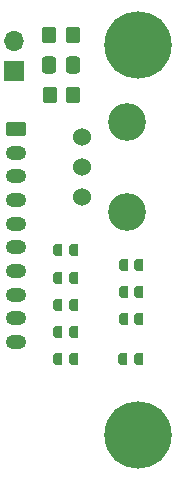
<source format=gbs>
G04 #@! TF.GenerationSoftware,KiCad,Pcbnew,(6.0.1)*
G04 #@! TF.CreationDate,2022-07-05T00:42:15-07:00*
G04 #@! TF.ProjectId,mu100-dit,6d753130-302d-4646-9974-2e6b69636164,rev?*
G04 #@! TF.SameCoordinates,PX4a25ef0PY4c3f880*
G04 #@! TF.FileFunction,Soldermask,Bot*
G04 #@! TF.FilePolarity,Negative*
%FSLAX46Y46*%
G04 Gerber Fmt 4.6, Leading zero omitted, Abs format (unit mm)*
G04 Created by KiCad (PCBNEW (6.0.1)) date 2022-07-05 00:42:15*
%MOMM*%
%LPD*%
G01*
G04 APERTURE LIST*
G04 Aperture macros list*
%AMRoundRect*
4,1,4,2,3,4,5,6,7,8,9,2,3,0*
1,1,$1,$2,$3*
1,1,$1,$2,$3*
1,1,$1,$2,$3*
1,1,$1,$2,$3*
20,1,$1,$2,$3,$4,$5,0*
20,1,$1,$2,$3,$4,$5,0*
20,1,$1,$2,$3,$4,$5,0*
20,1,$1,$2,$3,$4,$5,0*%
%AMFreePoly0*
4,1,13,0.5,-0.5,0,-0.5,-0.095671,-0.48097,-0.176777,-0.426777,-0.23097,-0.345671,-0.25,-0.25,-0.25,0.25,-0.23097,0.345671,-0.176777,0.426777,-0.095671,0.48097,0,0.5,0.5,0.5,0.5,-0.5,0.5,-0.5,0*%
G04 Aperture macros list end*
%AMCOMP127*
4,1,3,
-0.625,0.35,
-0.625,-0.35,
0.625,-0.35,
0.625,0.35,
0*
4,1,19,
-0.625,0.6,
-0.54774575140626314,0.58776412907378839,
-0.47805368692688172,0.55225424859373684,
-0.42274575140626314,0.49694631307311826,
-0.38723587092621159,0.42725424859373684,
-0.375,0.35,
-0.38723587092621159,0.27274575140626311,
-0.42274575140626314,0.20305368692688172,
-0.47805368692688166,0.14774575140626314,
-0.54774575140626314,0.1122358709262116,
-0.625,0.099999999999999978,
-0.702254248593737,0.1122358709262116,
-0.77194631307311823,0.14774575140626309,
-0.82725424859373686,0.20305368692688167,
-0.86276412907378841,0.27274575140626311,
-0.875,0.34999999999999992,
-0.86276412907378841,0.42725424859373679,
-0.82725424859373686,0.49694631307311821,
-0.77194631307311834,0.55225424859373684,
-0.70225424859373686,0.58776412907378839,
0*
4,1,19,
-0.625,-0.099999999999999978,
-0.54774575140626314,-0.1122358709262116,
-0.47805368692688172,-0.14774575140626311,
-0.42274575140626314,-0.20305368692688169,
-0.38723587092621159,-0.27274575140626311,
-0.375,-0.35,
-0.38723587092621159,-0.42725424859373684,
-0.42274575140626314,-0.49694631307311821,
-0.47805368692688166,-0.55225424859373684,
-0.54774575140626314,-0.58776412907378839,
-0.625,-0.6,
-0.702254248593737,-0.58776412907378839,
-0.77194631307311823,-0.55225424859373684,
-0.82725424859373686,-0.49694631307311832,
-0.86276412907378841,-0.42725424859373684,
-0.875,-0.35000000000000003,
-0.86276412907378841,-0.27274575140626317,
-0.82725424859373686,-0.20305368692688175,
-0.77194631307311834,-0.14774575140626314,
-0.70225424859373686,-0.1122358709262116,
0*
4,1,19,
0.625,-0.099999999999999978,
0.70225424859373686,-0.1122358709262116,
0.77194631307311834,-0.14774575140626311,
0.82725424859373686,-0.20305368692688169,
0.86276412907378841,-0.27274575140626311,
0.875,-0.35,
0.86276412907378841,-0.42725424859373684,
0.82725424859373686,-0.49694631307311821,
0.77194631307311834,-0.55225424859373684,
0.70225424859373686,-0.58776412907378839,
0.625,-0.6,
0.547745751406263,-0.58776412907378839,
0.47805368692688177,-0.55225424859373684,
0.42274575140626314,-0.49694631307311832,
0.38723587092621159,-0.42725424859373684,
0.375,-0.35000000000000003,
0.38723587092621159,-0.27274575140626317,
0.42274575140626314,-0.20305368692688175,
0.47805368692688166,-0.14774575140626314,
0.54774575140626314,-0.1122358709262116,
0*
4,1,19,
0.625,0.6,
0.70225424859373686,0.58776412907378839,
0.77194631307311834,0.55225424859373684,
0.82725424859373686,0.49694631307311826,
0.86276412907378841,0.42725424859373684,
0.875,0.35,
0.86276412907378841,0.27274575140626311,
0.82725424859373686,0.20305368692688172,
0.77194631307311834,0.14774575140626314,
0.70225424859373686,0.1122358709262116,
0.625,0.099999999999999978,
0.547745751406263,0.1122358709262116,
0.47805368692688177,0.14774575140626309,
0.42274575140626314,0.20305368692688167,
0.38723587092621159,0.27274575140626311,
0.375,0.34999999999999992,
0.38723587092621159,0.42725424859373679,
0.42274575140626314,0.49694631307311821,
0.47805368692688166,0.55225424859373684,
0.54774575140626314,0.58776412907378839,
0*
4,1,3,
-0.875,0.35,
-0.375,0.35,
-0.375,-0.35,
-0.875,-0.35,
0*
4,1,3,
-0.625,-0.6,
-0.625,-0.099999999999999978,
0.625,-0.099999999999999978,
0.625,-0.6,
0*
4,1,3,
0.875,-0.35,
0.375,-0.35,
0.375,0.35,
0.875,0.35,
0*
4,1,3,
0.625,0.6,
0.625,0.099999999999999978,
-0.625,0.099999999999999978,
-0.625,0.6,
0*%
%ADD10COMP127,0.25X-0.625X0.35X-0.625X-0.35X0.625X-0.35X0.625X0.35X0*%
%ADD11O,1.75X1.2*%
%ADD12C,5.7*%
%ADD13C,3.6*%
%ADD14C,3.2*%
%ADD15C,1.524*%
%ADD16R,1.7X1.7*%
%ADD17O,1.7X1.7*%
%AMCOMP128*
4,1,12,
0.5,-0.5,
0,-0.5,
-0.095671,-0.48097,
-0.176777,-0.426777,
-0.23097,-0.345671,
-0.25,-0.25,
-0.25,0.25,
-0.23097,0.345671,
-0.176777,0.426777,
-0.095671,0.48097,
0,0.5,
0.5,0.5,
0.5,-0.5,
0*%
%ADD18COMP128,0*%
%AMCOMP129*
4,1,12,
0.5,-0.5,
0,-0.5,
-0.095671,-0.48097,
-0.176777,-0.426777,
-0.23097,-0.345671,
-0.25,-0.25,
-0.25,0.25,
-0.23097,0.345671,
-0.176777,0.426777,
-0.095671,0.48097,
0,0.5,
0.5,0.5,
0.5,-0.5,
0*%
%ADD19COMP129,180*%
%AMCOMP130*
4,1,3,
0.35,0.45,
-0.35,0.45,
-0.35,-0.45,
0.35,-0.45,
0*
4,1,19,
0.35,0.7,
0.42725424859373684,0.68776412907378837,
0.49694631307311826,0.65225424859373682,
0.55225424859373684,0.5969463130731183,
0.58776412907378839,0.52725424859373682,
0.6,0.45,
0.58776412907378839,0.3727457514062632,
0.55225424859373684,0.30305368692688173,
0.49694631307311832,0.24774575140626318,
0.42725424859373684,0.21223587092621163,
0.35000000000000003,0.2,
0.27274575140626306,0.21223587092621163,
0.20305368692688172,0.24774575140626312,
0.14774575140626314,0.30305368692688173,
0.1122358709262116,0.37274575140626309,
0.099999999999999978,0.44999999999999996,
0.11223587092621157,0.52725424859373682,
0.14774575140626309,0.5969463130731183,
0.20305368692688164,0.65225424859373682,
0.27274575140626306,0.68776412907378837,
0*
4,1,19,
-0.35,0.7,
-0.27274575140626311,0.68776412907378837,
-0.20305368692688169,0.65225424859373682,
-0.14774575140626311,0.5969463130731183,
-0.1122358709262116,0.52725424859373682,
-0.099999999999999978,0.45,
-0.11223587092621157,0.3727457514062632,
-0.14774575140626311,0.30305368692688173,
-0.20305368692688167,0.24774575140626318,
-0.27274575140626311,0.21223587092621163,
-0.34999999999999992,0.2,
-0.4272542485937369,0.21223587092621163,
-0.49694631307311821,0.24774575140626312,
-0.55225424859373684,0.30305368692688173,
-0.58776412907378839,0.37274575140626309,
-0.6,0.44999999999999996,
-0.58776412907378839,0.52725424859373682,
-0.55225424859373684,0.5969463130731183,
-0.49694631307311832,0.65225424859373682,
-0.4272542485937369,0.68776412907378837,
0*
4,1,19,
-0.35,-0.2,
-0.27274575140626311,-0.21223587092621163,
-0.20305368692688169,-0.24774575140626315,
-0.14774575140626311,-0.30305368692688173,
-0.1122358709262116,-0.37274575140626315,
-0.099999999999999978,-0.45,
-0.11223587092621157,-0.52725424859373682,
-0.14774575140626311,-0.5969463130731183,
-0.20305368692688167,-0.65225424859373682,
-0.27274575140626311,-0.68776412907378837,
-0.34999999999999992,-0.7,
-0.4272542485937369,-0.68776412907378837,
-0.49694631307311821,-0.65225424859373693,
-0.55225424859373684,-0.5969463130731183,
-0.58776412907378839,-0.52725424859373693,
-0.6,-0.45000000000000007,
-0.58776412907378839,-0.3727457514062632,
-0.55225424859373684,-0.30305368692688178,
-0.49694631307311832,-0.24774575140626318,
-0.4272542485937369,-0.21223587092621163,
0*
4,1,19,
0.35,-0.2,
0.42725424859373684,-0.21223587092621163,
0.49694631307311826,-0.24774575140626315,
0.55225424859373684,-0.30305368692688173,
0.58776412907378839,-0.37274575140626315,
0.6,-0.45,
0.58776412907378839,-0.52725424859373682,
0.55225424859373684,-0.5969463130731183,
0.49694631307311832,-0.65225424859373682,
0.42725424859373684,-0.68776412907378837,
0.35000000000000003,-0.7,
0.27274575140626306,-0.68776412907378837,
0.20305368692688172,-0.65225424859373693,
0.14774575140626314,-0.5969463130731183,
0.1122358709262116,-0.52725424859373693,
0.099999999999999978,-0.45000000000000007,
0.11223587092621157,-0.3727457514062632,
0.14774575140626309,-0.30305368692688178,
0.20305368692688164,-0.24774575140626318,
0.27274575140626306,-0.21223587092621163,
0*
4,1,3,
0.35,0.7,
0.35,0.2,
-0.35,0.2,
-0.35,0.7,
0*
4,1,3,
-0.6,0.45,
-0.099999999999999978,0.45,
-0.099999999999999978,-0.45,
-0.6,-0.45,
0*
4,1,3,
-0.35,-0.7,
-0.35,-0.2,
0.35,-0.2,
0.35,-0.7,
0*
4,1,3,
0.6,-0.45,
0.099999999999999978,-0.45,
0.099999999999999978,0.45,
0.6,0.45,
0*%
%ADD20COMP130,0.25X0.35X0.45X-0.35X0.45X-0.35X-0.45X0.35X-0.45X0*%
%AMCOMP131*
4,1,3,
-0.35,-0.45,
0.35,-0.45,
0.35,0.45,
-0.35,0.45,
0*
4,1,19,
-0.35,-0.2,
-0.27274575140626311,-0.21223587092621163,
-0.20305368692688169,-0.24774575140626315,
-0.14774575140626311,-0.30305368692688173,
-0.1122358709262116,-0.37274575140626315,
-0.099999999999999978,-0.45,
-0.11223587092621157,-0.52725424859373682,
-0.14774575140626311,-0.5969463130731183,
-0.20305368692688167,-0.65225424859373682,
-0.27274575140626311,-0.68776412907378837,
-0.34999999999999992,-0.7,
-0.4272542485937369,-0.68776412907378837,
-0.49694631307311821,-0.65225424859373693,
-0.55225424859373684,-0.5969463130731183,
-0.58776412907378839,-0.52725424859373693,
-0.6,-0.45000000000000007,
-0.58776412907378839,-0.3727457514062632,
-0.55225424859373684,-0.30305368692688178,
-0.49694631307311832,-0.24774575140626318,
-0.4272542485937369,-0.21223587092621163,
0*
4,1,19,
0.35,-0.2,
0.42725424859373684,-0.21223587092621163,
0.49694631307311826,-0.24774575140626315,
0.55225424859373684,-0.30305368692688173,
0.58776412907378839,-0.37274575140626315,
0.6,-0.45,
0.58776412907378839,-0.52725424859373682,
0.55225424859373684,-0.5969463130731183,
0.49694631307311832,-0.65225424859373682,
0.42725424859373684,-0.68776412907378837,
0.35000000000000003,-0.7,
0.27274575140626306,-0.68776412907378837,
0.20305368692688172,-0.65225424859373693,
0.14774575140626314,-0.5969463130731183,
0.1122358709262116,-0.52725424859373693,
0.099999999999999978,-0.45000000000000007,
0.11223587092621157,-0.3727457514062632,
0.14774575140626309,-0.30305368692688178,
0.20305368692688164,-0.24774575140626318,
0.27274575140626306,-0.21223587092621163,
0*
4,1,19,
0.35,0.7,
0.42725424859373684,0.68776412907378837,
0.49694631307311826,0.65225424859373682,
0.55225424859373684,0.5969463130731183,
0.58776412907378839,0.52725424859373682,
0.6,0.45,
0.58776412907378839,0.3727457514062632,
0.55225424859373684,0.30305368692688173,
0.49694631307311832,0.24774575140626318,
0.42725424859373684,0.21223587092621163,
0.35000000000000003,0.2,
0.27274575140626306,0.21223587092621163,
0.20305368692688172,0.24774575140626312,
0.14774575140626314,0.30305368692688173,
0.1122358709262116,0.37274575140626309,
0.099999999999999978,0.44999999999999996,
0.11223587092621157,0.52725424859373682,
0.14774575140626309,0.5969463130731183,
0.20305368692688164,0.65225424859373682,
0.27274575140626306,0.68776412907378837,
0*
4,1,19,
-0.35,0.7,
-0.27274575140626311,0.68776412907378837,
-0.20305368692688169,0.65225424859373682,
-0.14774575140626311,0.5969463130731183,
-0.1122358709262116,0.52725424859373682,
-0.099999999999999978,0.45,
-0.11223587092621157,0.3727457514062632,
-0.14774575140626311,0.30305368692688173,
-0.20305368692688167,0.24774575140626318,
-0.27274575140626311,0.21223587092621163,
-0.34999999999999992,0.2,
-0.4272542485937369,0.21223587092621163,
-0.49694631307311821,0.24774575140626312,
-0.55225424859373684,0.30305368692688173,
-0.58776412907378839,0.37274575140626309,
-0.6,0.44999999999999996,
-0.58776412907378839,0.52725424859373682,
-0.55225424859373684,0.5969463130731183,
-0.49694631307311832,0.65225424859373682,
-0.4272542485937369,0.68776412907378837,
0*
4,1,3,
-0.35,-0.7,
-0.35,-0.2,
0.35,-0.2,
0.35,-0.7,
0*
4,1,3,
0.6,-0.45,
0.099999999999999978,-0.45,
0.099999999999999978,0.45,
0.6,0.45,
0*
4,1,3,
0.35,0.7,
0.35,0.2,
-0.35,0.2,
-0.35,0.7,
0*
4,1,3,
-0.6,0.45,
-0.099999999999999978,0.45,
-0.099999999999999978,-0.45,
-0.6,-0.45,
0*%
%ADD21COMP131,0.25X-0.35X-0.45X0.35X-0.45X0.35X0.45X-0.35X0.45X0*%
%AMCOMP132*
4,1,3,
0.3375,0.475,
-0.3375,0.475,
-0.3375,-0.475,
0.3375,-0.475,
0*
4,1,19,
0.3375,0.725,
0.41475424859373689,0.71276412907378839,
0.48444631307311831,0.67725424859373684,
0.53975424859373689,0.62194631307311821,
0.57526412907378843,0.55225424859373684,
0.5875,0.475,
0.57526412907378843,0.39774575140626311,
0.53975424859373689,0.32805368692688175,
0.48444631307311836,0.27274575140626311,
0.41475424859373689,0.2372358709262116,
0.33750000000000008,0.22499999999999998,
0.2602457514062631,0.2372358709262116,
0.19055368692688177,0.27274575140626311,
0.13524575140626319,0.32805368692688164,
0.099735870926211639,0.39774575140626311,
0.087500000000000022,0.47499999999999992,
0.099735870926211612,0.55225424859373673,
0.13524575140626313,0.62194631307311821,
0.19055368692688168,0.67725424859373684,
0.2602457514062631,0.71276412907378839,
0*
4,1,19,
-0.3375,0.725,
-0.26024575140626316,0.71276412907378839,
-0.19055368692688174,0.67725424859373684,
-0.13524575140626316,0.62194631307311821,
-0.099735870926211639,0.55225424859373684,
-0.087500000000000022,0.475,
-0.099735870926211612,0.39774575140626311,
-0.13524575140626316,0.32805368692688175,
-0.19055368692688171,0.27274575140626311,
-0.26024575140626316,0.2372358709262116,
-0.33749999999999997,0.22499999999999998,
-0.41475424859373694,0.2372358709262116,
-0.48444631307311825,0.27274575140626311,
-0.53975424859373689,0.32805368692688164,
-0.57526412907378843,0.39774575140626311,
-0.5875,0.47499999999999992,
-0.57526412907378843,0.55225424859373673,
-0.53975424859373689,0.62194631307311821,
-0.48444631307311836,0.67725424859373684,
-0.41475424859373694,0.71276412907378839,
0*
4,1,19,
-0.3375,-0.22499999999999998,
-0.26024575140626316,-0.2372358709262116,
-0.19055368692688174,-0.27274575140626311,
-0.13524575140626316,-0.32805368692688169,
-0.099735870926211639,-0.39774575140626311,
-0.087500000000000022,-0.475,
-0.099735870926211612,-0.55225424859373684,
-0.13524575140626316,-0.62194631307311821,
-0.19055368692688171,-0.67725424859373684,
-0.26024575140626316,-0.71276412907378839,
-0.33749999999999997,-0.725,
-0.41475424859373694,-0.71276412907378839,
-0.48444631307311825,-0.67725424859373684,
-0.53975424859373689,-0.62194631307311832,
-0.57526412907378843,-0.55225424859373684,
-0.5875,-0.47500000000000003,
-0.57526412907378843,-0.39774575140626317,
-0.53975424859373689,-0.32805368692688175,
-0.48444631307311836,-0.27274575140626311,
-0.41475424859373694,-0.2372358709262116,
0*
4,1,19,
0.3375,-0.22499999999999998,
0.41475424859373689,-0.2372358709262116,
0.48444631307311831,-0.27274575140626311,
0.53975424859373689,-0.32805368692688169,
0.57526412907378843,-0.39774575140626311,
0.5875,-0.475,
0.57526412907378843,-0.55225424859373684,
0.53975424859373689,-0.62194631307311821,
0.48444631307311836,-0.67725424859373684,
0.41475424859373689,-0.71276412907378839,
0.33750000000000008,-0.725,
0.2602457514062631,-0.71276412907378839,
0.19055368692688177,-0.67725424859373684,
0.13524575140626319,-0.62194631307311832,
0.099735870926211639,-0.55225424859373684,
0.087500000000000022,-0.47500000000000003,
0.099735870926211612,-0.39774575140626317,
0.13524575140626313,-0.32805368692688175,
0.19055368692688168,-0.27274575140626311,
0.2602457514062631,-0.2372358709262116,
0*
4,1,3,
0.3375,0.725,
0.3375,0.22499999999999998,
-0.3375,0.22499999999999998,
-0.3375,0.725,
0*
4,1,3,
-0.5875,0.475,
-0.087500000000000022,0.475,
-0.087500000000000022,-0.475,
-0.5875,-0.475,
0*
4,1,3,
-0.3375,-0.725,
-0.3375,-0.22499999999999998,
0.3375,-0.22499999999999998,
0.3375,-0.725,
0*
4,1,3,
0.5875,-0.475,
0.087500000000000022,-0.475,
0.087500000000000022,0.475,
0.5875,0.475,
0*%
%ADD22COMP132,0.25X0.3375X0.475X-0.3375X0.475X-0.3375X-0.475X0.3375X-0.475X0*%
G04 APERTURE END LIST*
D10*
X0039000000Y0084000000D02*
X0042280000Y0073380000D03*
D11*
X0042280000Y0071380000D03*
X0042280000Y0069380000D03*
X0042280000Y0067380000D03*
X0042280000Y0065379999D03*
X0042280000Y0063379999D03*
X0042280000Y0061379999D03*
X0042280000Y0059379999D03*
X0042280000Y0057379999D03*
X0042280000Y0055379999D03*
D12*
X0052600000Y0080500000D03*
D13*
X0052600000Y0080500000D03*
D14*
X0051680000Y0073960000D03*
X0051680000Y0066340000D03*
D15*
X0047870000Y0072690000D03*
X0047870000Y0070150000D03*
X0047870000Y0067610000D03*
D12*
X0052600000Y0047500000D03*
D13*
X0052600000Y0047500000D03*
D16*
X0042160000Y0078277000D03*
D17*
X0042160000Y0080817000D03*
D18*
X0045710000Y0058510000D03*
D19*
X0047010000Y0058510000D03*
D20*
X0047150000Y0076242000D03*
X0045150000Y0076242000D03*
D18*
X0045710000Y0053920000D03*
D19*
X0047010000Y0053920000D03*
D18*
X0045710000Y0060805000D03*
D19*
X0047010000Y0060805000D03*
D18*
X0051280000Y0061885000D03*
D19*
X0052580000Y0061885000D03*
D18*
X0045710000Y0063129999D03*
D19*
X0047010000Y0063129999D03*
D18*
X0051280000Y0059590000D03*
D19*
X0052580000Y0059590000D03*
D18*
X0051230000Y0053920000D03*
D19*
X0052530000Y0053920000D03*
D21*
X0045100000Y0081362000D03*
X0047100000Y0081362000D03*
D22*
X0047167500Y0078801999D03*
X0045092500Y0078801999D03*
D18*
X0051280000Y0057295000D03*
D19*
X0052580000Y0057295000D03*
D18*
X0045710000Y0056215000D03*
D19*
X0047010000Y0056215000D03*
M02*
</source>
